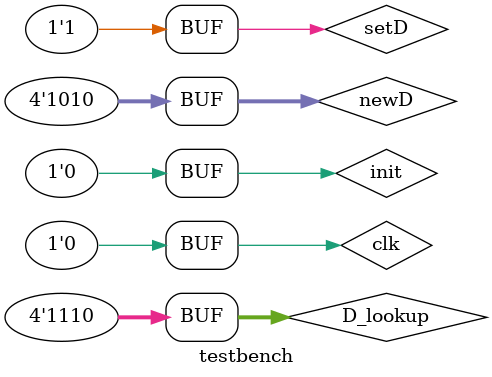
<source format=sv>
module testbench();

logic clk, init, setD, valid;
logic [2:0] max_addr, min_addr;
logic [3:0] D_lookup, newD;

CAM dut(clk, setD, init, D_lookup, newD, valid, max_addr, min_addr);

  // generate clock to sequence tests
always
    begin
      clk <= 1; # 5; clk <= 0; # 5;
    end

initial begin
init = 1; #20;
init = 0; setD = 0; D_lookup = 4'b1011; #20;
init = 0; setD = 1; D_lookup = 4'b1011; newD = 4'b1110; #20;
init = 0; setD = 0; D_lookup = 4'b1110; #20;
init = 0; setD = 1; D_lookup = 4'b1110; newD = 4'b1010; #20;
end

endmodule

</source>
